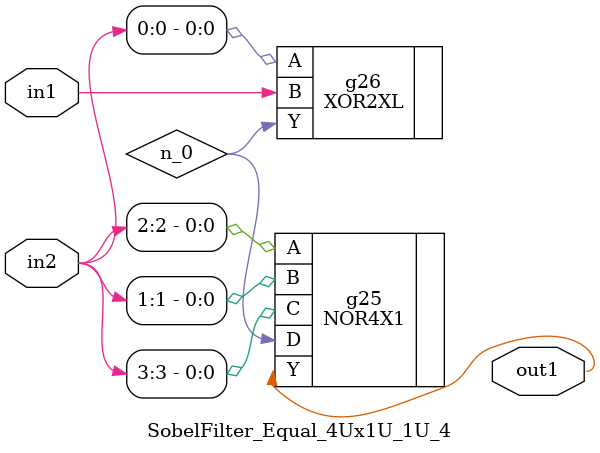
<source format=v>
`timescale 1ps / 1ps


module SobelFilter_Equal_4Ux1U_1U_4(in2, in1, out1);
  input [3:0] in2;
  input in1;
  output out1;
  wire [3:0] in2;
  wire in1;
  wire out1;
  wire n_0;
  NOR4X1 g25(.A (in2[2]), .B (in2[1]), .C (in2[3]), .D (n_0), .Y
       (out1));
  XOR2XL g26(.A (in2[0]), .B (in1), .Y (n_0));
endmodule



</source>
